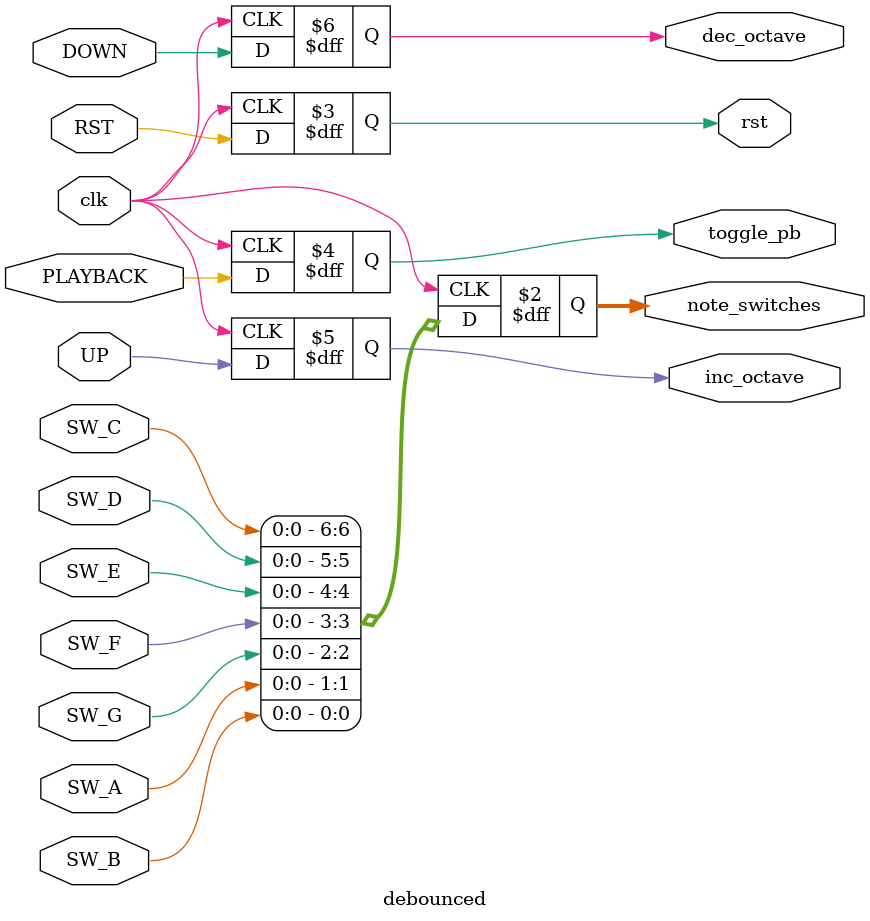
<source format=v>
module debounced
  (
    clk,
    SW_C, SW_D, SW_E, SW_F, SW_G, SW_A, SW_B,
    RST, PLAYBACK, UP, DOWN,
    note_switches, rst, toggle_pb, inc_octave, dec_octave
  );

  input clk;

  input SW_C;
  input SW_D;
  input SW_E;
  input SW_F;
  input SW_G;
  input SW_A;
  input SW_B;

  input RST;
  input PLAYBACK;
  input UP;
  input DOWN;

  output reg [6:0] note_switches;

  output reg rst;
  output reg toggle_pb;
  output reg inc_octave;
  output reg dec_octave;

  always @ (posedge clk) begin
    note_switches <= {
      SW_C, SW_D, SW_E, SW_F, SW_G, SW_A, SW_B
    };
    
    rst <= RST;
    toggle_pb <= PLAYBACK;
    inc_octave <= UP;
    dec_octave <= DOWN;
  end
endmodule

</source>
